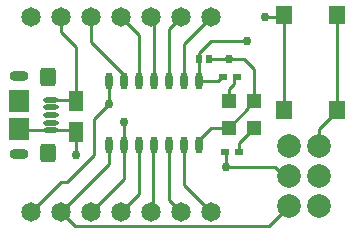
<source format=gtl>
G04*
G04 #@! TF.GenerationSoftware,Altium Limited,Altium Designer,24.9.1 (31)*
G04*
G04 Layer_Physical_Order=1*
G04 Layer_Color=255*
%FSLAX25Y25*%
%MOIN*%
G70*
G04*
G04 #@! TF.SameCoordinates,63D46F20-04D2-406D-A019-F368FE4B28ED*
G04*
G04*
G04 #@! TF.FilePolarity,Positive*
G04*
G01*
G75*
%ADD27R,0.04724X0.04724*%
%ADD28R,0.05512X0.06299*%
%ADD29R,0.02953X0.02362*%
%ADD30R,0.02362X0.02520*%
%ADD31R,0.04842X0.07087*%
%ADD32R,0.07087X0.07480*%
G04:AMPARAMS|DCode=33|XSize=62.99mil|YSize=55.12mil|CornerRadius=13.78mil|HoleSize=0mil|Usage=FLASHONLY|Rotation=270.000|XOffset=0mil|YOffset=0mil|HoleType=Round|Shape=RoundedRectangle|*
%AMROUNDEDRECTD33*
21,1,0.06299,0.02756,0,0,270.0*
21,1,0.03543,0.05512,0,0,270.0*
1,1,0.02756,-0.01378,-0.01772*
1,1,0.02756,-0.01378,0.01772*
1,1,0.02756,0.01378,0.01772*
1,1,0.02756,0.01378,-0.01772*
%
%ADD33ROUNDEDRECTD33*%
%ADD34O,0.05315X0.01675*%
%ADD35O,0.02362X0.05709*%
%ADD36C,0.01000*%
%ADD37C,0.06500*%
%ADD38C,0.07874*%
%ADD39O,0.06299X0.03543*%
%ADD40C,0.03000*%
D27*
X395000Y322000D02*
D03*
X403268D02*
D03*
X395000Y313000D02*
D03*
X403268D02*
D03*
D28*
X413283Y319000D02*
D03*
X431000Y350496D02*
D03*
Y319000D02*
D03*
X413283Y350496D02*
D03*
D29*
X393736Y305000D02*
D03*
X398264D02*
D03*
X397528Y330000D02*
D03*
X393000D02*
D03*
D30*
X385000Y336000D02*
D03*
X388465D02*
D03*
D31*
X344000Y322000D02*
D03*
Y311685D02*
D03*
D32*
X325000Y312500D02*
D03*
Y321949D02*
D03*
D33*
X334646Y304626D02*
D03*
Y329823D02*
D03*
D34*
X335531Y317224D02*
D03*
Y319783D02*
D03*
Y322342D02*
D03*
Y312106D02*
D03*
Y314665D02*
D03*
D35*
X355000Y307272D02*
D03*
X360000D02*
D03*
X365000D02*
D03*
X370000D02*
D03*
X375000D02*
D03*
X380000D02*
D03*
X385000D02*
D03*
X355000Y328728D02*
D03*
X360000D02*
D03*
X365000D02*
D03*
X370000D02*
D03*
X375000D02*
D03*
X380000D02*
D03*
X385000D02*
D03*
D36*
X369000Y350000D02*
X370000Y349000D01*
Y328728D02*
Y349000D01*
X335531Y322342D02*
X343657D01*
X344000Y322000D02*
Y340000D01*
X339000Y345000D02*
X344000Y340000D01*
X339000Y345000D02*
Y350000D01*
X355000Y321000D02*
Y328728D01*
X350000Y304000D02*
Y316000D01*
X355000Y321000D01*
X410311Y300000D02*
X413311Y297000D01*
X394000Y300000D02*
X410311D01*
X380000Y294000D02*
Y307272D01*
Y294000D02*
X389000Y285000D01*
X375000Y289000D02*
Y307272D01*
X408250Y280250D02*
X415000Y287000D01*
X343750Y280250D02*
X408250D01*
X339000Y285000D02*
X343750Y280250D01*
X413311Y297000D02*
X415000D01*
X360000Y307272D02*
Y315000D01*
X393868Y300132D02*
X394000Y300000D01*
X393736Y305000D02*
X393868Y304868D01*
Y300132D02*
Y304868D01*
X431000Y318606D02*
Y319000D01*
X425000Y307000D02*
Y312606D01*
X431000Y318606D01*
Y319000D02*
Y350496D01*
X413283Y319000D02*
Y350496D01*
X407000Y350000D02*
X412787D01*
X413283Y350496D01*
X398264Y305000D02*
Y307996D01*
X403268Y313000D01*
X395000D02*
X401405Y319406D01*
Y320138D01*
X403268Y322000D01*
X385000Y308945D02*
X389055Y313000D01*
X385000Y307272D02*
Y308945D01*
X389055Y313000D02*
X395000D01*
X375000Y289000D02*
X379000Y285000D01*
X369000D02*
X369739Y285739D01*
Y307011D02*
X370000Y307272D01*
X369739Y285739D02*
Y307011D01*
X359000Y285000D02*
X365000Y291000D01*
Y307272D01*
X349000Y285000D02*
X360000Y296000D01*
Y307272D01*
X355000Y301000D02*
Y307272D01*
X339000Y285000D02*
X355000Y301000D01*
X341026Y295026D02*
X350000Y304000D01*
X329000Y285000D02*
X339026Y295026D01*
X341026D01*
X380000Y328728D02*
Y341000D01*
X389000Y350000D01*
X375000Y346000D02*
X379000Y350000D01*
X375000Y328728D02*
Y346000D01*
X365000Y328728D02*
Y344000D01*
X359000Y350000D02*
X365000Y344000D01*
X349000Y341402D02*
X360000Y330402D01*
X349000Y341402D02*
Y350000D01*
X360000Y328728D02*
Y330402D01*
X395000Y336000D02*
X400000D01*
X403268Y332732D01*
Y322000D02*
Y332732D01*
X396551Y329319D02*
X397232Y330000D01*
X395000Y325862D02*
X396551Y327413D01*
X395000Y322000D02*
Y325862D01*
X397232Y330000D02*
X397528D01*
X396551Y327413D02*
Y329319D01*
X385000Y328728D02*
X391433D01*
X392705Y330000D01*
X393000D01*
X385000Y328728D02*
Y336000D01*
Y338000D01*
X389000Y342000D02*
X401000D01*
X385000Y338000D02*
X389000Y342000D01*
X388465Y336000D02*
X395000D01*
X343657Y322342D02*
X344000Y322000D01*
X335531Y312106D02*
X343579D01*
X344000Y311685D01*
Y304000D02*
Y311685D01*
X325394Y312106D02*
X335531D01*
X325000Y312500D02*
X325394Y312106D01*
D37*
X329000Y350000D02*
D03*
X349000D02*
D03*
X359000D02*
D03*
X369000D02*
D03*
X379000D02*
D03*
X389000D02*
D03*
X339000D02*
D03*
X329000Y285000D02*
D03*
X349000D02*
D03*
X359000D02*
D03*
X369000D02*
D03*
X379000D02*
D03*
X389000D02*
D03*
X339000D02*
D03*
D38*
X415000Y287000D02*
D03*
Y297000D02*
D03*
Y307000D02*
D03*
X425000D02*
D03*
Y297000D02*
D03*
Y287000D02*
D03*
D39*
X325000Y304232D02*
D03*
Y330217D02*
D03*
D40*
X355000Y321000D02*
D03*
X360000Y315000D02*
D03*
X394000Y300000D02*
D03*
X407000Y350000D02*
D03*
X401000Y342000D02*
D03*
X395000Y336000D02*
D03*
X344000Y304000D02*
D03*
M02*

</source>
